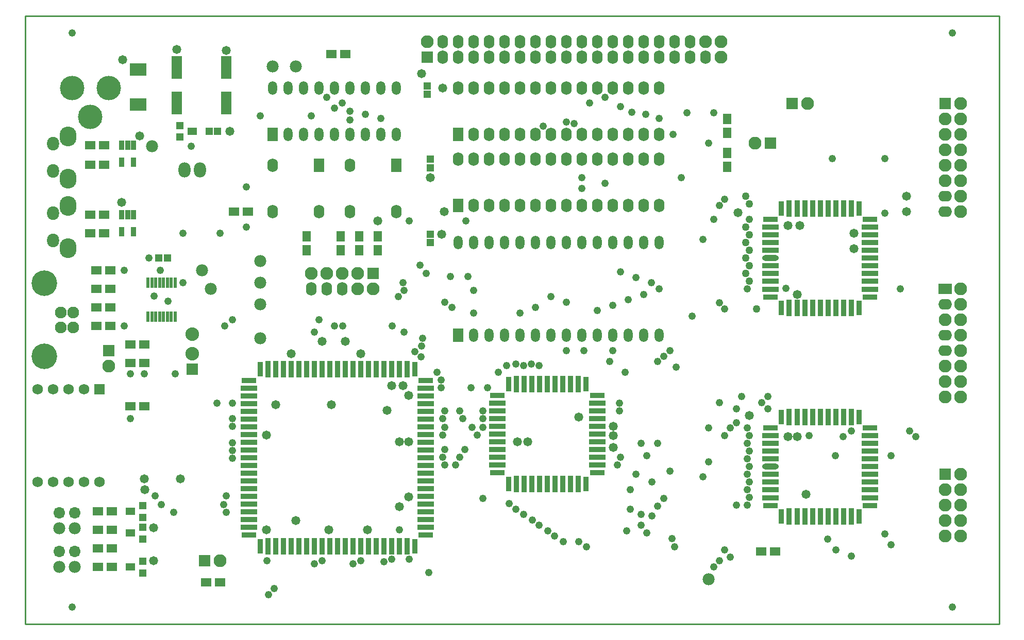
<source format=gts>
%FSLAX24Y24*%
%MOIN*%
G70*
G01*
G75*
%ADD10C,0.0100*%
%ADD11R,0.0270X0.0550*%
%ADD12R,0.0240X0.0550*%
%ADD13R,0.0300X0.0900*%
%ADD14R,0.0300X0.1000*%
%ADD15R,0.0900X0.0300*%
%ADD16R,0.1000X0.0300*%
%ADD17R,0.1000X0.0750*%
%ADD18R,0.0160X0.0600*%
%ADD19R,0.0550X0.0400*%
%ADD20R,0.0400X0.0400*%
%ADD21R,0.0630X0.1417*%
%ADD22R,0.0500X0.0600*%
%ADD23O,0.1000X0.0300*%
%ADD24R,0.0600X0.0500*%
%ADD25C,0.0300*%
%ADD26C,0.0150*%
%ADD27C,0.0120*%
%ADD28C,0.0200*%
%ADD29C,0.0300*%
%ADD30C,0.0100*%
%ADD31C,0.0120*%
%ADD32O,0.0700X0.0900*%
%ADD33C,0.0800*%
%ADD34O,0.0500X0.0800*%
%ADD35R,0.0600X0.0800*%
%ADD36O,0.0600X0.0800*%
%ADD37C,0.0680*%
%ADD38C,0.1575*%
%ADD39R,0.0600X0.0600*%
%ADD40C,0.0600*%
%ADD41C,0.1500*%
%ADD42O,0.1000X0.1200*%
%ADD43O,0.0700X0.0800*%
%ADD44R,0.0700X0.0700*%
%ADD45C,0.0750*%
%ADD46C,0.0700*%
%ADD47O,0.0800X0.0600*%
%ADD48P,0.0700X8X0*%
%ADD49R,0.0800X0.0600*%
%ADD50C,0.0400*%
%ADD51C,0.0500*%
%ADD52C,0.0410*%
%ADD53C,0.0420*%
%ADD54C,0.0050*%
%ADD55R,0.0350X0.0630*%
%ADD56R,0.0320X0.0630*%
%ADD57R,0.0380X0.0980*%
%ADD58R,0.0380X0.1080*%
%ADD59R,0.0980X0.0380*%
%ADD60R,0.1080X0.0380*%
%ADD61R,0.1080X0.0830*%
%ADD62R,0.0240X0.0680*%
%ADD63R,0.0630X0.0480*%
%ADD64R,0.0480X0.0480*%
%ADD65R,0.0710X0.1497*%
%ADD66R,0.0580X0.0680*%
%ADD67O,0.1080X0.0380*%
%ADD68R,0.0680X0.0580*%
%ADD69O,0.0780X0.0980*%
%ADD70C,0.0880*%
%ADD71O,0.0580X0.0880*%
%ADD72R,0.0680X0.0880*%
%ADD73O,0.0680X0.0880*%
%ADD74C,0.0760*%
%ADD75C,0.1655*%
%ADD76R,0.0680X0.0680*%
%ADD77C,0.1580*%
%ADD78O,0.1080X0.1280*%
%ADD79O,0.0780X0.0880*%
%ADD80R,0.0780X0.0780*%
%ADD81C,0.0830*%
%ADD82C,0.0780*%
%ADD83O,0.0880X0.0680*%
%ADD84P,0.0780X8X0*%
%ADD85R,0.0880X0.0680*%
%ADD86C,0.0480*%
%ADD87C,0.0580*%
%ADD88C,0.0490*%
D10*
X0Y19685D02*
X62992D01*
Y-19685D02*
Y19685D01*
X0Y-19685D02*
X62992D01*
X0D02*
Y19685D01*
D37*
X800Y-4500D02*
D03*
X1800Y-10500D02*
D03*
X800Y-10500D02*
D03*
X3800Y-4500D02*
D03*
X1800D02*
D03*
X2800D02*
D03*
X4800Y-10500D02*
D03*
X2800D02*
D03*
X3800D02*
D03*
D51*
X47300Y700D02*
D03*
X46850Y7500D02*
D03*
X46600Y8000D02*
D03*
X46850Y5500D02*
D03*
X46600Y5000D02*
D03*
Y6000D02*
D03*
X46850Y4500D02*
D03*
X46600Y4000D02*
D03*
X46850Y3500D02*
D03*
X46600Y3000D02*
D03*
X46850Y2500D02*
D03*
D55*
X7000Y6800D02*
D03*
X6252Y6800D02*
D03*
X7000Y5700D02*
D03*
X6252D02*
D03*
X7000Y11300D02*
D03*
X6252D02*
D03*
X7000Y10200D02*
D03*
X6252Y10200D02*
D03*
D56*
X6626Y6800D02*
D03*
Y11300D02*
D03*
D57*
X36280Y-10620D02*
D03*
X31270D02*
D03*
Y-4170D02*
D03*
X36280D02*
D03*
X25200Y-14650D02*
D03*
Y-3200D02*
D03*
X15190D02*
D03*
Y-14650D02*
D03*
X48920Y7220D02*
D03*
Y770D02*
D03*
X53930D02*
D03*
Y7220D02*
D03*
X48920Y-6280D02*
D03*
Y-12730D02*
D03*
X53930D02*
D03*
Y-6280D02*
D03*
D58*
X35780Y-10620D02*
D03*
X35270D02*
D03*
X34770Y-10620D02*
D03*
X34270D02*
D03*
X33770D02*
D03*
X33270Y-10620D02*
D03*
X32770D02*
D03*
X32270Y-10620D02*
D03*
X31770Y-10620D02*
D03*
Y-4170D02*
D03*
X32270D02*
D03*
X32770D02*
D03*
X33270D02*
D03*
X33770Y-4170D02*
D03*
X34270Y-4170D02*
D03*
X34770D02*
D03*
X35270D02*
D03*
X35780D02*
D03*
X22700Y-3200D02*
D03*
X16190Y-14650D02*
D03*
X22200Y-3200D02*
D03*
X18200Y-14650D02*
D03*
X16690Y-14650D02*
D03*
X17200Y-14650D02*
D03*
X18200Y-3200D02*
D03*
X17700D02*
D03*
X16690D02*
D03*
X18700D02*
D03*
X19700Y-14650D02*
D03*
X22200Y-14650D02*
D03*
X17200Y-3200D02*
D03*
X21700Y-3200D02*
D03*
X24700Y-14650D02*
D03*
X20200Y-3200D02*
D03*
X19200D02*
D03*
X17700Y-14650D02*
D03*
X20200Y-14650D02*
D03*
X23700Y-3200D02*
D03*
X15690Y-14650D02*
D03*
X22700Y-14650D02*
D03*
X21700D02*
D03*
X21200D02*
D03*
X20700Y-14650D02*
D03*
X19200Y-14650D02*
D03*
X18700D02*
D03*
X24200D02*
D03*
X23700Y-14650D02*
D03*
X23200D02*
D03*
X21200Y-3200D02*
D03*
X20700D02*
D03*
X24200D02*
D03*
X19700D02*
D03*
X16190D02*
D03*
X24700D02*
D03*
X15690D02*
D03*
X23200D02*
D03*
X49420Y770D02*
D03*
X49420Y7220D02*
D03*
X52930Y770D02*
D03*
X52430Y7220D02*
D03*
X51430Y7220D02*
D03*
X53430Y770D02*
D03*
X51930Y770D02*
D03*
X49930Y7220D02*
D03*
X52930D02*
D03*
X50430D02*
D03*
Y770D02*
D03*
X51430Y770D02*
D03*
X51930Y7220D02*
D03*
X53430D02*
D03*
X52430Y770D02*
D03*
X50930Y7220D02*
D03*
Y770D02*
D03*
X49930Y770D02*
D03*
X49420Y-6280D02*
D03*
X52930Y-12730D02*
D03*
X52430Y-6280D02*
D03*
X51430Y-6280D02*
D03*
X53430Y-12730D02*
D03*
X51930Y-12730D02*
D03*
X49930Y-6280D02*
D03*
X52930D02*
D03*
X50430D02*
D03*
Y-12730D02*
D03*
X51430Y-12730D02*
D03*
X51930Y-6280D02*
D03*
X53430D02*
D03*
X52430Y-12730D02*
D03*
X50930Y-6280D02*
D03*
Y-12730D02*
D03*
X49930Y-12730D02*
D03*
X49420Y-12730D02*
D03*
D59*
X30550Y-9900D02*
D03*
Y-4890D02*
D03*
X37000D02*
D03*
Y-9900D02*
D03*
X25920Y-3920D02*
D03*
X14470Y-13930D02*
D03*
X25920D02*
D03*
X14470Y-3920D02*
D03*
X48200Y1490D02*
D03*
Y6500D02*
D03*
X54650Y1490D02*
D03*
Y6500D02*
D03*
X48200Y-7000D02*
D03*
X54650Y-12010D02*
D03*
X48200D02*
D03*
X54650Y-7000D02*
D03*
D60*
X30550Y-9400D02*
D03*
Y-8900D02*
D03*
X30550Y-8400D02*
D03*
X30550Y-7900D02*
D03*
X30550Y-7400D02*
D03*
X30550Y-6900D02*
D03*
X30550Y-6400D02*
D03*
X30550Y-5900D02*
D03*
X30550Y-5390D02*
D03*
X37000Y-5390D02*
D03*
X37000Y-5900D02*
D03*
Y-6400D02*
D03*
Y-6900D02*
D03*
Y-7400D02*
D03*
X37000Y-7900D02*
D03*
X37000Y-8400D02*
D03*
Y-8900D02*
D03*
Y-9400D02*
D03*
X14470Y-5930D02*
D03*
X14470Y-11930D02*
D03*
X14470Y-11430D02*
D03*
X14470Y-12430D02*
D03*
X25920Y-7430D02*
D03*
Y-6930D02*
D03*
X25920Y-6430D02*
D03*
X25920Y-5930D02*
D03*
X25920Y-4420D02*
D03*
X14470Y-7430D02*
D03*
X25920Y-11430D02*
D03*
X25920Y-4920D02*
D03*
X14470Y-4420D02*
D03*
Y-10930D02*
D03*
X25920Y-7930D02*
D03*
X14470Y-7930D02*
D03*
Y-9430D02*
D03*
Y-4920D02*
D03*
X25920Y-5420D02*
D03*
X25920Y-9930D02*
D03*
Y-10930D02*
D03*
Y-11930D02*
D03*
X25920Y-12430D02*
D03*
X25920Y-12930D02*
D03*
X25920Y-8430D02*
D03*
X25920Y-8930D02*
D03*
X25920Y-9430D02*
D03*
X25920Y-10430D02*
D03*
X14470Y-8430D02*
D03*
Y-5420D02*
D03*
Y-6930D02*
D03*
Y-6430D02*
D03*
Y-8930D02*
D03*
Y-9930D02*
D03*
Y-10430D02*
D03*
X25920Y-13430D02*
D03*
X14470Y-12930D02*
D03*
Y-13430D02*
D03*
X54650Y5500D02*
D03*
X48200Y2500D02*
D03*
X54650Y6000D02*
D03*
X54650Y5000D02*
D03*
Y1990D02*
D03*
X48200Y3000D02*
D03*
Y3500D02*
D03*
Y4500D02*
D03*
Y5000D02*
D03*
Y5500D02*
D03*
Y6000D02*
D03*
X48200Y1990D02*
D03*
X54650Y4000D02*
D03*
X54650Y4500D02*
D03*
Y3500D02*
D03*
Y3000D02*
D03*
Y2500D02*
D03*
X48200Y-11000D02*
D03*
X54650Y-7500D02*
D03*
X54650Y-8500D02*
D03*
Y-11510D02*
D03*
X48200Y-10500D02*
D03*
Y-10000D02*
D03*
Y-9000D02*
D03*
Y-8500D02*
D03*
Y-8000D02*
D03*
Y-7500D02*
D03*
X48200Y-11510D02*
D03*
X54650Y-9500D02*
D03*
X54650Y-9000D02*
D03*
Y-10000D02*
D03*
Y-10500D02*
D03*
Y-8000D02*
D03*
Y-11000D02*
D03*
D61*
X7300Y16200D02*
D03*
X7300Y13950D02*
D03*
D62*
X7950Y2400D02*
D03*
X8700Y2400D02*
D03*
X7950Y200D02*
D03*
X8200Y200D02*
D03*
X8450Y200D02*
D03*
X8200Y2400D02*
D03*
X8950Y200D02*
D03*
Y2400D02*
D03*
X8450Y2400D02*
D03*
X9200Y200D02*
D03*
Y2400D02*
D03*
X9450D02*
D03*
X9450Y200D02*
D03*
X9700Y2400D02*
D03*
X9700Y200D02*
D03*
X8700Y200D02*
D03*
D63*
X10800Y12200D02*
D03*
X6800Y-16000D02*
D03*
Y-13800D02*
D03*
Y-12400D02*
D03*
D64*
X10000Y11830D02*
D03*
Y12580D02*
D03*
X26000Y15150D02*
D03*
X26000Y14600D02*
D03*
X12450Y12200D02*
D03*
X11900D02*
D03*
X9200Y4000D02*
D03*
X8650Y4000D02*
D03*
X26200Y10400D02*
D03*
X26200Y9850D02*
D03*
X26200Y5000D02*
D03*
X26200Y5550D02*
D03*
X7600Y-16380D02*
D03*
Y-15630D02*
D03*
Y-14180D02*
D03*
Y-13430D02*
D03*
Y-12780D02*
D03*
Y-12030D02*
D03*
D65*
X9800Y16342D02*
D03*
Y14058D02*
D03*
X13000Y14058D02*
D03*
Y16342D02*
D03*
D66*
X45400Y9900D02*
D03*
Y10800D02*
D03*
X18200Y4500D02*
D03*
X18200Y5400D02*
D03*
X21600Y4500D02*
D03*
Y5400D02*
D03*
X20400Y4500D02*
D03*
X20400Y5400D02*
D03*
X22800Y4500D02*
D03*
Y5400D02*
D03*
X45400Y12100D02*
D03*
Y13000D02*
D03*
D67*
X48200Y4000D02*
D03*
Y-9500D02*
D03*
D68*
X14400Y7000D02*
D03*
X13500D02*
D03*
X7700Y-1600D02*
D03*
X6800D02*
D03*
X11700Y-17000D02*
D03*
X12600D02*
D03*
X5100Y10050D02*
D03*
X4200D02*
D03*
X5100Y5600D02*
D03*
X4200D02*
D03*
X5100Y6800D02*
D03*
X4200D02*
D03*
X7700Y-5600D02*
D03*
X6800D02*
D03*
X5500Y3200D02*
D03*
X4600D02*
D03*
X5100Y11300D02*
D03*
X4200D02*
D03*
X4600Y-400D02*
D03*
X5500D02*
D03*
Y800D02*
D03*
X4600D02*
D03*
X5500Y2000D02*
D03*
X4600D02*
D03*
X7700Y-2800D02*
D03*
X6800D02*
D03*
X4700Y-12400D02*
D03*
Y-13600D02*
D03*
Y-14800D02*
D03*
X5600D02*
D03*
X4700Y-16000D02*
D03*
X20700Y17200D02*
D03*
X19800D02*
D03*
X48500Y-15000D02*
D03*
X47600D02*
D03*
X5600Y-13600D02*
D03*
Y-16000D02*
D03*
Y-12400D02*
D03*
D69*
X11300Y9700D02*
D03*
X10300D02*
D03*
D70*
X10800Y-930D02*
D03*
Y-2200D02*
D03*
D71*
X24000Y12000D02*
D03*
X16000Y15000D02*
D03*
X18000Y12000D02*
D03*
X19000Y15000D02*
D03*
X22000Y12000D02*
D03*
X20000Y12000D02*
D03*
X19000Y12000D02*
D03*
X21000D02*
D03*
X20000Y15000D02*
D03*
X21000Y15000D02*
D03*
X17000Y12000D02*
D03*
X22000Y15000D02*
D03*
X23000Y15000D02*
D03*
X23000Y12000D02*
D03*
X24000Y15000D02*
D03*
X18000Y15000D02*
D03*
X17000D02*
D03*
X29000Y5000D02*
D03*
X30000D02*
D03*
X31000D02*
D03*
X32000D02*
D03*
X33000Y5000D02*
D03*
X34000Y5000D02*
D03*
X35000D02*
D03*
X36000D02*
D03*
X38000D02*
D03*
X39000D02*
D03*
X40000D02*
D03*
X41000D02*
D03*
Y-1000D02*
D03*
X40000Y-1000D02*
D03*
X39000D02*
D03*
X38000D02*
D03*
X37000Y-1000D02*
D03*
X36000Y-1000D02*
D03*
X35000D02*
D03*
X34000D02*
D03*
X33000Y-1000D02*
D03*
X32000Y-1000D02*
D03*
X30000Y-1000D02*
D03*
X31000D02*
D03*
X28000Y5000D02*
D03*
X37000D02*
D03*
X29000Y-1000D02*
D03*
D72*
X16000Y12000D02*
D03*
X28000D02*
D03*
Y7400D02*
D03*
Y-1000D02*
D03*
X19000Y10000D02*
D03*
X24000D02*
D03*
D73*
X34000Y12000D02*
D03*
X35000D02*
D03*
X37000Y15000D02*
D03*
X30000Y12000D02*
D03*
X32000D02*
D03*
X31000Y12000D02*
D03*
X29000D02*
D03*
X39000Y12000D02*
D03*
X36000Y15000D02*
D03*
X35000D02*
D03*
X30000D02*
D03*
X39000D02*
D03*
X29000D02*
D03*
X31000D02*
D03*
X37000Y12000D02*
D03*
X32000Y15000D02*
D03*
X36000Y12000D02*
D03*
X28000Y15000D02*
D03*
X33000D02*
D03*
X34000Y15000D02*
D03*
X38000D02*
D03*
X40000D02*
D03*
X41000D02*
D03*
X41000Y12000D02*
D03*
X40000Y12000D02*
D03*
X38000D02*
D03*
X33000Y12000D02*
D03*
Y7400D02*
D03*
X38000Y7400D02*
D03*
X40000D02*
D03*
X41000Y7400D02*
D03*
X41000Y10400D02*
D03*
X40000D02*
D03*
X38000D02*
D03*
X34000D02*
D03*
X33000Y10400D02*
D03*
X28000D02*
D03*
X36000Y7400D02*
D03*
X32000Y10400D02*
D03*
X37000Y7400D02*
D03*
X31000Y10400D02*
D03*
X29000D02*
D03*
X39000D02*
D03*
X30000D02*
D03*
X35000D02*
D03*
X36000D02*
D03*
X39000Y7400D02*
D03*
X29000Y7400D02*
D03*
X31000D02*
D03*
X32000Y7400D02*
D03*
X30000D02*
D03*
X37000Y10400D02*
D03*
X35000Y7400D02*
D03*
X34000D02*
D03*
X16000Y7000D02*
D03*
X19000Y7000D02*
D03*
X16000Y10000D02*
D03*
X27000Y17000D02*
D03*
Y18000D02*
D03*
X44000Y17000D02*
D03*
X42000Y18000D02*
D03*
X32000Y17000D02*
D03*
X33000D02*
D03*
X36000Y17000D02*
D03*
X37000Y17000D02*
D03*
X29000Y18000D02*
D03*
X34000D02*
D03*
X32000D02*
D03*
X31000D02*
D03*
X30000Y17000D02*
D03*
X31000D02*
D03*
X34000Y17000D02*
D03*
X35000Y17000D02*
D03*
X28000D02*
D03*
X30000Y18000D02*
D03*
X29000Y17000D02*
D03*
X33000Y18000D02*
D03*
X35000D02*
D03*
X42000Y17000D02*
D03*
X41000Y18000D02*
D03*
X40000Y17000D02*
D03*
X39000D02*
D03*
X38000Y17000D02*
D03*
X37000Y18000D02*
D03*
X38000D02*
D03*
X39000D02*
D03*
X40000D02*
D03*
X43000Y17000D02*
D03*
Y18000D02*
D03*
X41000Y17000D02*
D03*
X28000Y18000D02*
D03*
X36000D02*
D03*
X18500Y2000D02*
D03*
X19500D02*
D03*
X20500D02*
D03*
X21000Y10000D02*
D03*
X24000Y7000D02*
D03*
X21000D02*
D03*
D74*
X3106Y-492D02*
D03*
Y492D02*
D03*
X2318D02*
D03*
Y-492D02*
D03*
D75*
X1255Y2370D02*
D03*
Y-2370D02*
D03*
D76*
X4800Y-4500D02*
D03*
D77*
X4213Y13150D02*
D03*
X3031Y15000D02*
D03*
X5394D02*
D03*
D78*
X2784Y9136D02*
D03*
Y11892D02*
D03*
Y7392D02*
D03*
Y4636D02*
D03*
D79*
X1800Y9628D02*
D03*
X1800Y11400D02*
D03*
Y6900D02*
D03*
X1800Y5128D02*
D03*
D80*
X26000Y17000D02*
D03*
X22500Y3000D02*
D03*
X59500Y14000D02*
D03*
X48200Y11450D02*
D03*
X5400Y-2000D02*
D03*
X59500Y-10000D02*
D03*
X11600Y-15600D02*
D03*
X10800Y-3200D02*
D03*
X49600Y14000D02*
D03*
D81*
X26000Y18000D02*
D03*
X44000D02*
D03*
X45000Y17000D02*
D03*
Y18000D02*
D03*
X21500Y3000D02*
D03*
X20500D02*
D03*
X19500Y3000D02*
D03*
X18500D02*
D03*
X21500Y2000D02*
D03*
X22500D02*
D03*
X60500Y7000D02*
D03*
Y8000D02*
D03*
X59500Y13000D02*
D03*
Y12000D02*
D03*
Y11000D02*
D03*
Y10000D02*
D03*
X60500D02*
D03*
Y11000D02*
D03*
Y12000D02*
D03*
Y13000D02*
D03*
Y14000D02*
D03*
X59500Y9000D02*
D03*
X60500D02*
D03*
X47200Y11450D02*
D03*
X5400Y-3000D02*
D03*
X60500Y-3000D02*
D03*
X59500D02*
D03*
X60500Y2000D02*
D03*
Y1000D02*
D03*
Y0D02*
D03*
Y-1000D02*
D03*
Y-2000D02*
D03*
X59500Y-0D02*
D03*
X60500Y-4000D02*
D03*
X59500D02*
D03*
X60500Y-5000D02*
D03*
X59500Y-5000D02*
D03*
Y-12000D02*
D03*
Y-14000D02*
D03*
Y-13000D02*
D03*
X60500Y-10000D02*
D03*
Y-11000D02*
D03*
Y-12000D02*
D03*
Y-13000D02*
D03*
Y-14000D02*
D03*
X59500Y-11000D02*
D03*
X12600Y-15600D02*
D03*
X50600Y14000D02*
D03*
D82*
X17500Y16400D02*
D03*
X3200Y-13500D02*
D03*
X2200D02*
D03*
X44200Y-16800D02*
D03*
X8200Y11250D02*
D03*
X12000Y2000D02*
D03*
X11450Y3200D02*
D03*
X2200Y-16000D02*
D03*
X3200D02*
D03*
X16000Y16400D02*
D03*
X15200Y-1200D02*
D03*
Y1000D02*
D03*
Y2400D02*
D03*
Y3800D02*
D03*
D83*
X59500Y7000D02*
D03*
Y8000D02*
D03*
Y-2000D02*
D03*
Y-1000D02*
D03*
Y1000D02*
D03*
D84*
X3200Y-12500D02*
D03*
X2200D02*
D03*
X3200Y-15000D02*
D03*
X2200D02*
D03*
D85*
X59500Y2000D02*
D03*
D86*
X59970Y18580D02*
D03*
Y-18580D02*
D03*
X3030D02*
D03*
Y18580D02*
D03*
X55600Y10450D02*
D03*
X52200D02*
D03*
X55600Y6900D02*
D03*
X18500Y13200D02*
D03*
X15200D02*
D03*
X10750Y11250D02*
D03*
X25550Y3550D02*
D03*
X28650Y2800D02*
D03*
X27500D02*
D03*
X43850Y5200D02*
D03*
X24450Y2400D02*
D03*
X44550Y13400D02*
D03*
X42800D02*
D03*
X56600Y2000D02*
D03*
X36000Y8500D02*
D03*
X37500Y8850D02*
D03*
X45250Y7800D02*
D03*
X46350Y-4950D02*
D03*
X44900Y7400D02*
D03*
X46000Y-5750D02*
D03*
X57200Y-7200D02*
D03*
X53450D02*
D03*
X57600Y-7550D02*
D03*
X52900D02*
D03*
X55600Y-13850D02*
D03*
X56000Y-8800D02*
D03*
X52400D02*
D03*
D87*
X13000Y17450D02*
D03*
X9800Y17500D02*
D03*
X13250Y12200D02*
D03*
X25650Y15950D02*
D03*
X17200Y-2200D02*
D03*
X21700Y-2200D02*
D03*
X24800Y-4900D02*
D03*
X15600Y-7450D02*
D03*
X19650Y-13600D02*
D03*
X15600D02*
D03*
X22150D02*
D03*
X24800Y-11450D02*
D03*
X38050Y-8250D02*
D03*
Y-7500D02*
D03*
Y-6900D02*
D03*
X50100Y6100D02*
D03*
X49350D02*
D03*
X46100Y6950D02*
D03*
X22800Y6400D02*
D03*
X7700Y-10300D02*
D03*
X10050D02*
D03*
X26950Y5550D02*
D03*
X26200Y9200D02*
D03*
X6300Y16850D02*
D03*
X8300Y-15600D02*
D03*
Y-13450D02*
D03*
X7750Y-11000D02*
D03*
X6250Y7600D02*
D03*
X7400Y11900D02*
D03*
X20700Y-1400D02*
D03*
X19200D02*
D03*
X27100Y7000D02*
D03*
X46850Y-6200D02*
D03*
X49950Y-7550D02*
D03*
X49350D02*
D03*
X35800Y-6300D02*
D03*
X31850Y-7900D02*
D03*
X24800D02*
D03*
X32500D02*
D03*
X24200D02*
D03*
X23700Y-4250D02*
D03*
X24450D02*
D03*
X50500Y-11300D02*
D03*
X53600Y5600D02*
D03*
Y4600D02*
D03*
X16200Y-5500D02*
D03*
X19800D02*
D03*
X23400Y-5850D02*
D03*
X24200Y-12100D02*
D03*
X17500Y-13000D02*
D03*
X27000Y15000D02*
D03*
X57000Y7000D02*
D03*
Y8000D02*
D03*
X49950Y1650D02*
D03*
D88*
X31300Y-11900D02*
D03*
X38300Y-9400D02*
D03*
X43850Y-10150D02*
D03*
X46700Y-12000D02*
D03*
X46000D02*
D03*
X44550Y6500D02*
D03*
X38500Y3100D02*
D03*
X39500Y2750D02*
D03*
X40500Y2400D02*
D03*
X41000Y2000D02*
D03*
X40000Y1650D02*
D03*
X39000Y1300D02*
D03*
X38000Y950D02*
D03*
X37000Y600D02*
D03*
X46000Y-6650D02*
D03*
X44900Y-5350D02*
D03*
X45600Y-7000D02*
D03*
X44200Y-9200D02*
D03*
X45250Y-7500D02*
D03*
X40900Y-8000D02*
D03*
X39850D02*
D03*
X40200Y-8800D02*
D03*
X41700Y-9800D02*
D03*
X39500Y-10000D02*
D03*
X40550Y-10500D02*
D03*
X39150Y-11000D02*
D03*
X38450Y-5400D02*
D03*
X20550Y-400D02*
D03*
X23750D02*
D03*
X50700Y-7500D02*
D03*
X9250Y1200D02*
D03*
X10200Y2400D02*
D03*
X8750Y3200D02*
D03*
X8350Y1550D02*
D03*
X8000Y4000D02*
D03*
X6800Y-3500D02*
D03*
X6400Y-400D02*
D03*
Y3200D02*
D03*
X6800Y-6400D02*
D03*
X7700Y-3500D02*
D03*
X9700D02*
D03*
X29000Y1900D02*
D03*
X24500D02*
D03*
Y-800D02*
D03*
X18700D02*
D03*
X24850Y6400D02*
D03*
X28500D02*
D03*
X24150Y1500D02*
D03*
X34000D02*
D03*
X47650Y-5350D02*
D03*
X36150Y-2000D02*
D03*
X38000D02*
D03*
X49200Y2050D02*
D03*
X46850Y6500D02*
D03*
X44200Y11450D02*
D03*
X38450Y-5900D02*
D03*
X44200Y-7000D02*
D03*
X40150Y13300D02*
D03*
X36500Y14050D02*
D03*
X37500Y14400D02*
D03*
X43150Y250D02*
D03*
X38500Y13800D02*
D03*
X39250Y13450D02*
D03*
X46700Y2000D02*
D03*
Y-7000D02*
D03*
X45250Y700D02*
D03*
X46850Y-7500D02*
D03*
X44900Y1100D02*
D03*
X48050Y-4950D02*
D03*
Y-5750D02*
D03*
X46850Y-9500D02*
D03*
X41700Y-2000D02*
D03*
X40200Y-13800D02*
D03*
X46850Y-11500D02*
D03*
X41300Y-2350D02*
D03*
Y-11550D02*
D03*
X37800Y-2700D02*
D03*
X40900D02*
D03*
Y-12050D02*
D03*
X46700Y-8000D02*
D03*
X46850Y-8500D02*
D03*
X46700Y-9000D02*
D03*
Y-10000D02*
D03*
X46850Y-10500D02*
D03*
X46700Y-11000D02*
D03*
X40550Y-12700D02*
D03*
X39850Y-13300D02*
D03*
Y-12600D02*
D03*
X38900Y-13650D02*
D03*
X39150Y-12250D02*
D03*
X34800Y-14350D02*
D03*
X24200Y-13600D02*
D03*
X27150Y1150D02*
D03*
X35000D02*
D03*
X28300Y-6400D02*
D03*
X27850Y-9400D02*
D03*
X34250Y-14000D02*
D03*
X33800Y-13650D02*
D03*
X33250Y-13300D02*
D03*
X32800Y-12950D02*
D03*
X32250Y-12600D02*
D03*
X31750Y-12250D02*
D03*
X33250Y-2950D02*
D03*
X25650Y-1700D02*
D03*
X32750Y-2850D02*
D03*
X25200Y-2050D02*
D03*
X32250Y-2950D02*
D03*
X25600Y-2400D02*
D03*
X31150Y-2950D02*
D03*
X26650Y-3400D02*
D03*
X26900Y-3900D02*
D03*
X28450Y-8400D02*
D03*
X27600Y800D02*
D03*
X33000D02*
D03*
X28900Y-6950D02*
D03*
X28850Y-4400D02*
D03*
X29000Y450D02*
D03*
X32000D02*
D03*
X29900Y-4400D02*
D03*
X26900D02*
D03*
X29600Y-11550D02*
D03*
X27150Y-9400D02*
D03*
X27000Y-8900D02*
D03*
X27150Y-8400D02*
D03*
X29250Y-7450D02*
D03*
X27000D02*
D03*
X29600Y-6950D02*
D03*
X27150D02*
D03*
X29600Y-6400D02*
D03*
X27000D02*
D03*
X29600Y-5900D02*
D03*
X27150D02*
D03*
X30600Y-3400D02*
D03*
X31750Y-2850D02*
D03*
X41000Y13050D02*
D03*
X19500Y14400D02*
D03*
X20500Y14050D02*
D03*
X20000Y13700D02*
D03*
X21000Y13500D02*
D03*
X22000Y13300D02*
D03*
X23000Y13050D02*
D03*
X35000Y12800D02*
D03*
X21000Y12950D02*
D03*
X33500Y12550D02*
D03*
X23700Y-15500D02*
D03*
X35800Y-14350D02*
D03*
X23200Y-15650D02*
D03*
X36300Y-14700D02*
D03*
X41850Y-14150D02*
D03*
X42000Y-14700D02*
D03*
X24850Y-15500D02*
D03*
X21700Y-15600D02*
D03*
X41900Y12000D02*
D03*
X36000Y9200D02*
D03*
X42450D02*
D03*
X35000Y-2000D02*
D03*
X42100Y-3050D02*
D03*
X38500Y-8900D02*
D03*
X21200Y-15800D02*
D03*
X45250Y-14900D02*
D03*
X26100Y-16350D02*
D03*
X45600Y-15350D02*
D03*
X19200Y-15600D02*
D03*
X44900D02*
D03*
X18700Y-15800D02*
D03*
X44550Y-16000D02*
D03*
X35500Y12700D02*
D03*
X51900Y-14200D02*
D03*
X56000Y-14550D02*
D03*
X28100Y-5900D02*
D03*
Y-8900D02*
D03*
X38800Y-3400D02*
D03*
X25700Y-1200D02*
D03*
X25950Y3000D02*
D03*
X13400Y-8950D02*
D03*
Y-8450D02*
D03*
Y-7950D02*
D03*
Y-6900D02*
D03*
Y-6400D02*
D03*
X12900Y-400D02*
D03*
X20000D02*
D03*
X13400Y0D02*
D03*
X19000D02*
D03*
X13000Y-11400D02*
D03*
X8400D02*
D03*
X12850Y-11950D02*
D03*
X8800D02*
D03*
X13000Y-12450D02*
D03*
X9600D02*
D03*
X15650Y-15600D02*
D03*
X52450Y-14900D02*
D03*
X16100Y-17400D02*
D03*
X53450Y-15300D02*
D03*
X15750Y-17800D02*
D03*
X13400Y-5400D02*
D03*
X12400D02*
D03*
X12600Y5600D02*
D03*
X10200D02*
D03*
X14300Y6000D02*
D03*
Y8600D02*
D03*
M02*

</source>
